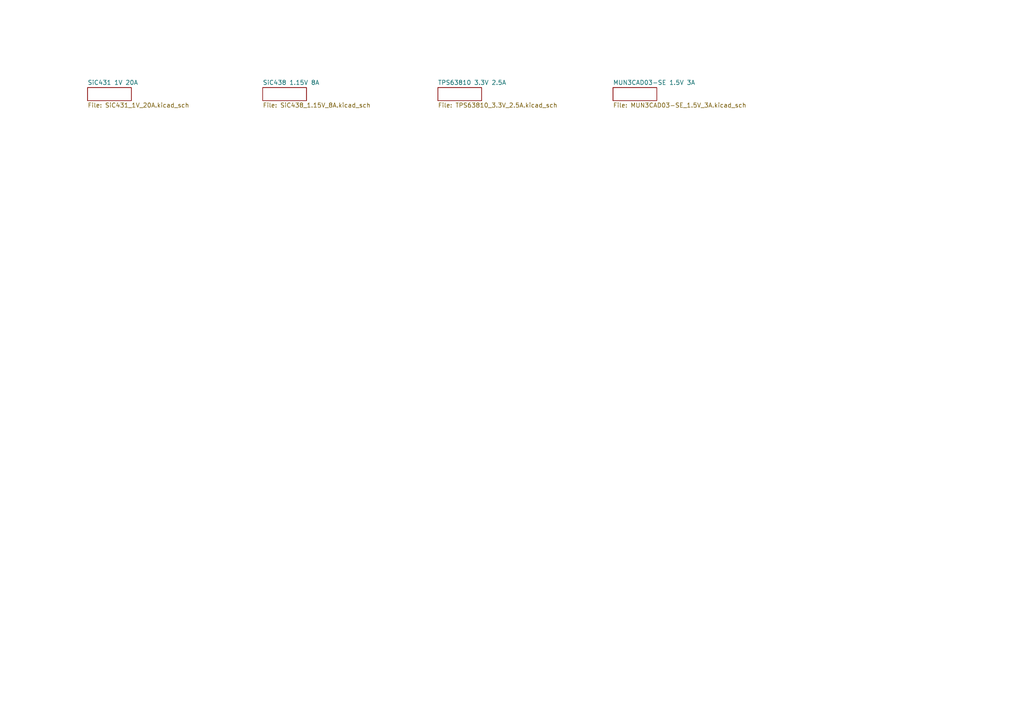
<source format=kicad_sch>
(kicad_sch
	(version 20231120)
	(generator "eeschema")
	(generator_version "8.0")
	(uuid "e0969779-0887-4de6-943a-d9b6e36a6c9e")
	(paper "A4")
	(lib_symbols)
	(sheet
		(at 127 25.4)
		(size 12.7 3.81)
		(fields_autoplaced yes)
		(stroke
			(width 0)
			(type solid)
		)
		(fill
			(color 0 0 0 0.0000)
		)
		(uuid "618f4483-2029-4eda-a0e6-8fd534e0236c")
		(property "Sheetname" "TPS63810 3.3V 2.5A"
			(at 127 24.6884 0)
			(effects
				(font
					(size 1.27 1.27)
				)
				(justify left bottom)
			)
		)
		(property "Sheetfile" "TPS63810_3.3V_2.5A.kicad_sch"
			(at 127 29.7946 0)
			(effects
				(font
					(size 1.27 1.27)
				)
				(justify left top)
			)
		)
		(instances
			(project "cafereg2"
				(path "/e0969779-0887-4de6-943a-d9b6e36a6c9e"
					(page "3")
				)
			)
		)
	)
	(sheet
		(at 76.2 25.4)
		(size 12.7 3.81)
		(fields_autoplaced yes)
		(stroke
			(width 0)
			(type solid)
		)
		(fill
			(color 0 0 0 0.0000)
		)
		(uuid "d18bff16-2b7b-4083-8c6d-33ebbd80a3dc")
		(property "Sheetname" "SiC438 1.15V 8A"
			(at 76.2 24.6884 0)
			(effects
				(font
					(size 1.27 1.27)
				)
				(justify left bottom)
			)
		)
		(property "Sheetfile" "SiC438_1.15V_8A.kicad_sch"
			(at 76.2 29.7946 0)
			(effects
				(font
					(size 1.27 1.27)
				)
				(justify left top)
			)
		)
		(instances
			(project "cafereg2"
				(path "/e0969779-0887-4de6-943a-d9b6e36a6c9e"
					(page "2")
				)
			)
		)
	)
	(sheet
		(at 25.4 25.4)
		(size 12.7 3.81)
		(fields_autoplaced yes)
		(stroke
			(width 0)
			(type solid)
		)
		(fill
			(color 0 0 0 0.0000)
		)
		(uuid "d3808f6d-d586-475c-a07c-06eceb21460a")
		(property "Sheetname" "SiC431 1V 20A"
			(at 25.4 24.6884 0)
			(effects
				(font
					(size 1.27 1.27)
				)
				(justify left bottom)
			)
		)
		(property "Sheetfile" "SiC431_1V_20A.kicad_sch"
			(at 25.4 29.7946 0)
			(effects
				(font
					(size 1.27 1.27)
				)
				(justify left top)
			)
		)
		(instances
			(project "cafereg2"
				(path "/e0969779-0887-4de6-943a-d9b6e36a6c9e"
					(page "1")
				)
			)
		)
	)
	(sheet
		(at 177.8 25.4)
		(size 12.7 3.81)
		(fields_autoplaced yes)
		(stroke
			(width 0)
			(type solid)
		)
		(fill
			(color 0 0 0 0.0000)
		)
		(uuid "dae35eb9-f362-4571-8a6a-20e9462c899e")
		(property "Sheetname" "MUN3CAD03-SE 1.5V 3A"
			(at 177.8 24.6884 0)
			(effects
				(font
					(size 1.27 1.27)
				)
				(justify left bottom)
			)
		)
		(property "Sheetfile" "MUN3CAD03-SE_1.5V_3A.kicad_sch"
			(at 177.8 29.7946 0)
			(effects
				(font
					(size 1.27 1.27)
				)
				(justify left top)
			)
		)
		(instances
			(project "cafereg2"
				(path "/e0969779-0887-4de6-943a-d9b6e36a6c9e"
					(page "4")
				)
			)
		)
	)
	(sheet_instances
		(path "/"
			(page "1")
		)
	)
)

</source>
